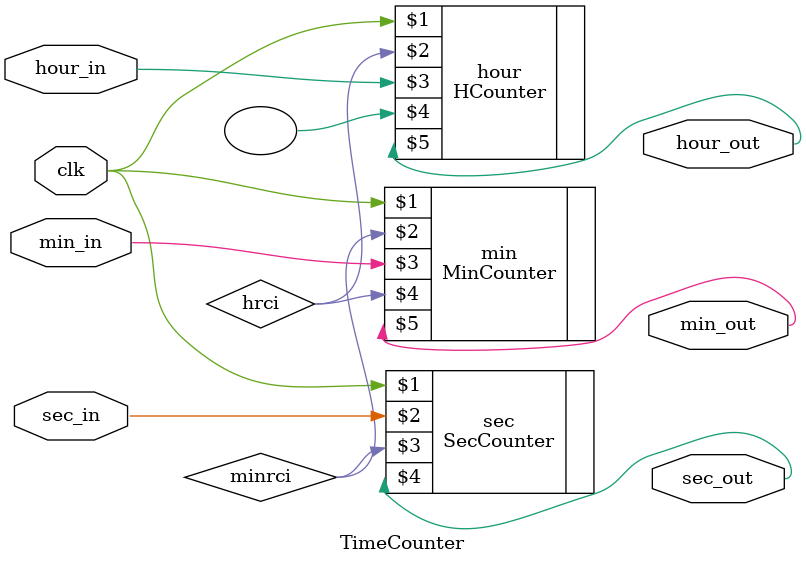
<source format=v>
module TimeCounter(
    input clk,
    input hour_in = 0,
    input min_in = 0,
    input sec_in = 0,
    output hour_out,
    output min_out,
    output sec_out
);
// hour/min/sec_in이 들어오면 그 시각에서부터 시간을 계산함
wire minrci, hrci;

	
SecCounter sec(clk, sec_in, minrci, sec_out);
MinCounter min(clk, minrci, min_in, hrci, min_out);
HCounter hour(clk, hrci, hour_in, ,hour_out);


endmodule

</source>
